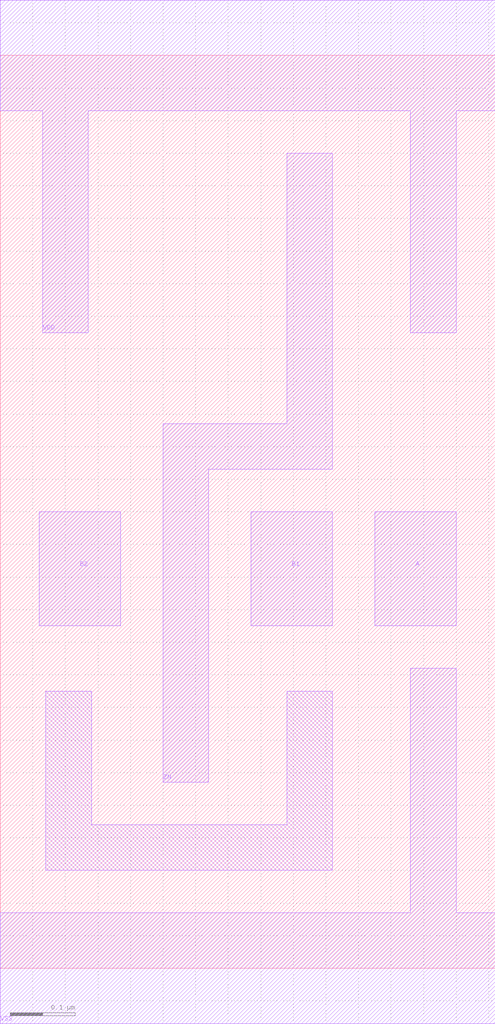
<source format=lef>
# 
# ******************************************************************************
# *                                                                            *
# *                   Copyright (C) 2004-2010, Nangate Inc.                    *
# *                           All rights reserved.                             *
# *                                                                            *
# * Nangate and the Nangate logo are trademarks of Nangate Inc.                *
# *                                                                            *
# * All trademarks, logos, software marks, and trade names (collectively the   *
# * "Marks") in this program are proprietary to Nangate or other respective    *
# * owners that have granted Nangate the right and license to use such Marks.  *
# * You are not permitted to use the Marks without the prior written consent   *
# * of Nangate or such third party that may own the Marks.                     *
# *                                                                            *
# * This file has been provided pursuant to a License Agreement containing     *
# * restrictions on its use. This file contains valuable trade secrets and     *
# * proprietary information of Nangate Inc., and is protected by U.S. and      *
# * international laws and/or treaties.                                        *
# *                                                                            *
# * The copyright notice(s) in this file does not indicate actual or intended  *
# * publication of this file.                                                  *
# *                                                                            *
# *     NGLibraryCreator, v2010.08-HR32-SP3-2010-08-05 - build 1009061800      *
# *                                                                            *
# ******************************************************************************
# 
# 
# Running on brazil06.nangate.com.br for user Giancarlo Franciscatto (gfr).
# Local time is now Fri, 3 Dec 2010, 19:32:18.
# Main process id is 27821.

VERSION 5.6 ;
BUSBITCHARS "[]" ;
DIVIDERCHAR "/" ;

MACRO OAI21_X1
  CLASS core ;
  FOREIGN OAI21_X1 0.0 0.0 ;
  ORIGIN 0 0 ;
  SYMMETRY X Y ;
  SITE FreePDK45_38x28_10R_NP_162NW_34O ;
  SIZE 0.76 BY 1.4 ;
  PIN A
    DIRECTION INPUT ;
    ANTENNAPARTIALMETALAREA 0.021875 LAYER metal1 ;
    ANTENNAPARTIALMETALSIDEAREA 0.078 LAYER metal1 ;
    ANTENNAGATEAREA 0.05225 ;
    PORT
      LAYER metal1 ;
        POLYGON 0.575 0.525 0.7 0.525 0.7 0.7 0.575 0.7  ;
    END
  END A
  PIN B1
    DIRECTION INPUT ;
    ANTENNAPARTIALMETALAREA 0.021875 LAYER metal1 ;
    ANTENNAPARTIALMETALSIDEAREA 0.078 LAYER metal1 ;
    ANTENNAGATEAREA 0.05225 ;
    PORT
      LAYER metal1 ;
        POLYGON 0.385 0.525 0.51 0.525 0.51 0.7 0.385 0.7  ;
    END
  END B1
  PIN B2
    DIRECTION INPUT ;
    ANTENNAPARTIALMETALAREA 0.021875 LAYER metal1 ;
    ANTENNAPARTIALMETALSIDEAREA 0.078 LAYER metal1 ;
    ANTENNAGATEAREA 0.05225 ;
    PORT
      LAYER metal1 ;
        POLYGON 0.06 0.525 0.185 0.525 0.185 0.7 0.06 0.7  ;
    END
  END B2
  PIN ZN
    DIRECTION OUTPUT ;
    ANTENNAPARTIALMETALAREA 0.08085 LAYER metal1 ;
    ANTENNAPARTIALMETALSIDEAREA 0.3185 LAYER metal1 ;
    ANTENNADIFFAREA 0.1463 ;
    PORT
      LAYER metal1 ;
        POLYGON 0.25 0.285 0.32 0.285 0.32 0.765 0.51 0.765 0.51 1.25 0.44 1.25 0.44 0.835 0.25 0.835  ;
    END
  END ZN
  PIN VDD
    DIRECTION INOUT ;
    USE power ;
    SHAPE ABUTMENT ;
    PORT
      LAYER metal1 ;
        POLYGON 0 1.315 0.065 1.315 0.065 0.975 0.135 0.975 0.135 1.315 0.51 1.315 0.63 1.315 0.63 0.975 0.7 0.975 0.7 1.315 0.76 1.315 0.76 1.485 0.51 1.485 0 1.485  ;
    END
  END VDD
  PIN VSS
    DIRECTION INOUT ;
    USE ground ;
    SHAPE ABUTMENT ;
    PORT
      LAYER metal1 ;
        POLYGON 0 -0.085 0.76 -0.085 0.76 0.085 0.7 0.085 0.7 0.46 0.63 0.46 0.63 0.085 0 0.085  ;
    END
  END VSS
  OBS
      LAYER metal1 ;
        POLYGON 0.07 0.15 0.51 0.15 0.51 0.425 0.44 0.425 0.44 0.22 0.14 0.22 0.14 0.425 0.07 0.425  ;
  END
END OAI21_X1

END LIBRARY
#
# End of file
#

</source>
